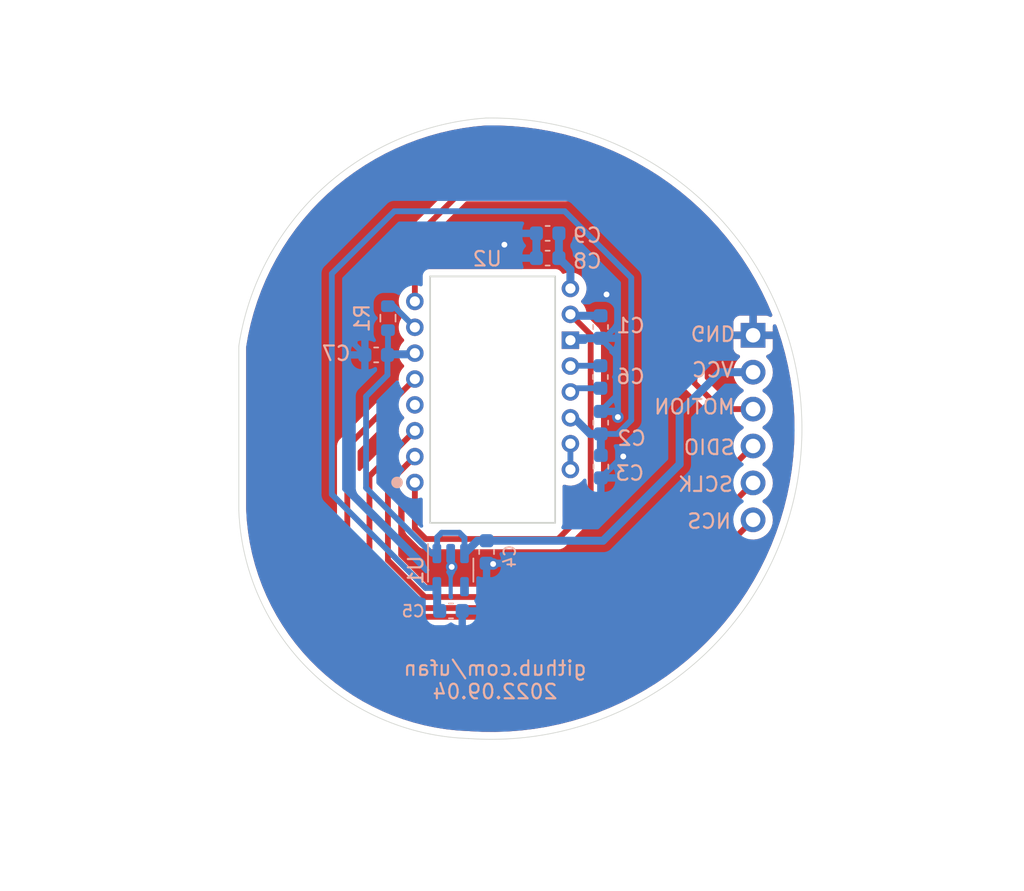
<source format=kicad_pcb>
(kicad_pcb (version 20211014) (generator pcbnew)
  (layers (0 "F.Cu" signal) (31 "B.Cu" signal) (34 "B.Paste" user) (35 "F.Paste" user) (36 "B.SilkS" user "B.Silkscreen") (37 "F.SilkS" user "F.Silkscreen") (38 "B.Mask" user) (39 "F.Mask" user) (44 "Edge.Cuts" user))
  (net 0 "")
  (net 1 "GND")
  (net 2 "Net-(C1-Pad1)")
  (net 3 "+1V9")
  (net 4 "VCC")
  (net 5 "Net-(C6-Pad1)")
  (net 6 "Net-(C6-Pad2)")
  (net 7 "Net-(C8-Pad1)")
  (net 8 "MOTION_2")
  (net 9 "NCS_2")
  (net 10 "SCLK_2")
  (net 11 "SDIO_2")
  (net 12 "Net-(R1-Pad1)")
  (net 15 "Net-(U2-Pad15)")
  (footprint "Connector_PinHeader_2.54mm:PinHeader_1x06_P2.54mm_Vertical" (layer "F.Cu") (at 99.475 104.15)
    (fp_text reference "J1" hide)
    (fp_text value "Conn_01x06")
    (pad "1" thru_hole rect (at 0 0) (size 1.7 1.7) (drill 1) (layers *.Cu *.Mask) (net 1 "GND"))
    (pad "2" thru_hole oval (at 0 2.54) (size 1.7 1.7) (drill 1) (layers *.Cu *.Mask) (net 4 "VCC"))
    (pad "3" thru_hole oval (at 0 5.08) (size 1.7 1.7) (drill 1) (layers *.Cu *.Mask) (net 8 "MOTION_2"))
    (pad "4" thru_hole oval (at 0 7.62) (size 1.7 1.7) (drill 1) (layers *.Cu *.Mask) (net 11 "SDIO_2"))
    (pad "5" thru_hole oval (at 0 10.16) (size 1.7 1.7) (drill 1) (layers *.Cu *.Mask) (net 10 "SCLK_2"))
    (pad "6" thru_hole circle (at 0 12.7) (size 1.7 1.7) (drill 1) (layers *.Cu *.Mask) (net 9 "NCS_2"))
  )
  (footprint "Package_TO_SOT_SMD:SOT-23-5" (layer "B.Cu") (at 78.674 120.31 -90)
    (fp_text reference "U1" (at 0 2.4 90) (layer "B.SilkS") (effects (justify mirror)))
    (fp_text value "TCR2EF19")
    (fp_line (start 0 1.56) (end -1.8 1.56) (layer "B.SilkS") (width 0.12))
    (fp_line (start 0 -1.56) (end 0.8 -1.56) (layer "B.SilkS") (width 0.12))
    (fp_line (start 0 1.56) (end 0.8 1.56) (layer "B.SilkS") (width 0.12))
    (fp_line (start 0 -1.56) (end -0.8 -1.56) (layer "B.SilkS") (width 0.12))
    (pad "1" smd roundrect (at -1.1375 0.95 270) (size 1.325 0.6) (layers "B.Cu" "B.Paste" "B.Mask") (net 4 "VCC"))
    (pad "2" smd roundrect (at -1.1375 0 270) (size 1.325 0.6) (layers "B.Cu" "B.Paste" "B.Mask") (net 1 "GND"))
    (pad "3" smd roundrect (at -1.1375 -0.95 270) (size 1.325 0.6) (layers "B.Cu" "B.Paste" "B.Mask") (net 4 "VCC"))
    (pad "4" smd roundrect (at 1.1375 -0.95 270) (size 1.325 0.6) (layers "B.Cu" "B.Paste" "B.Mask"))
    (pad "5" smd roundrect (at 1.1375 0.95 270) (size 1.325 0.6) (layers "B.Cu" "B.Paste" "B.Mask") (net 3 "+1V9"))
  )
  (footprint "Capacitor_SMD:C_0603_1608Metric" (layer "B.Cu") (at 89.004 113.19 -90)
    (fp_text reference "C3" (at 0.45 -1.99) (layer "B.SilkS") (effects (justify mirror)))
    (fp_text value "3.3u/16V")
    (fp_line (start -0.14058 0.51) (end 0.14058 0.51) (layer "B.SilkS") (width 0.12))
    (fp_line (start -0.14058 -0.51) (end 0.14058 -0.51) (layer "B.SilkS") (width 0.12))
    (pad "1" smd roundrect (at -0.775 0 270) (size 0.9 0.95) (layers "B.Cu" "B.Paste" "B.Mask") (net 3 "+1V9"))
    (pad "2" smd roundrect (at 0.775 0 270) (size 0.9 0.95) (layers "B.Cu" "B.Paste" "B.Mask") (net 1 "GND"))
  )
  (footprint "Capacitor_SMD:C_0603_1608Metric" (layer "B.Cu") (at 88.994 110.165 90)
    (fp_text reference "C2" (at -1.075 2.128 180) (layer "B.SilkS") (effects (justify mirror)))
    (fp_text value "100n")
    (fp_line (start -0.14058 0.51) (end 0.14058 0.51) (layer "B.SilkS") (width 0.12))
    (fp_line (start -0.14058 -0.51) (end 0.14058 -0.51) (layer "B.SilkS") (width 0.12))
    (pad "1" smd roundrect (at -0.775 0 90) (size 0.9 0.95) (layers "B.Cu" "B.Paste" "B.Mask") (net 3 "+1V9"))
    (pad "2" smd roundrect (at 0.775 0 90) (size 0.9 0.95) (layers "B.Cu" "B.Paste" "B.Mask") (net 1 "GND"))
  )
  (footprint "Capacitor_SMD:C_0603_1608Metric" (layer "B.Cu") (at 73.55 105.5 180)
    (fp_text reference "C7" (at 2.748 0.102) (layer "B.SilkS") (effects (justify mirror)))
    (fp_text value "100n")
    (fp_line (start -0.14058 -0.51) (end 0.14058 -0.51) (layer "B.SilkS") (width 0.12))
    (fp_line (start -0.14058 0.51) (end 0.14058 0.51) (layer "B.SilkS") (width 0.12))
    (pad "1" smd roundrect (at -0.775 0 180) (size 0.9 0.95) (layers "B.Cu" "B.Paste" "B.Mask") (net 4 "VCC"))
    (pad "2" smd roundrect (at 0.775 0 180) (size 0.9 0.95) (layers "B.Cu" "B.Paste" "B.Mask") (net 1 "GND"))
  )
  (footprint "mylib:PMW3610" (layer "B.Cu") (at 76.21 114.28)
    (fp_text reference "U2" (at 4.984 -15.39) (layer "B.SilkS") (effects (justify mirror)))
    (fp_text value "PMW3610")
    (fp_circle (center -1.225 0) (end -1.025 0) (layer "B.SilkS") (width 0.4) (fill none))
    (fp_line (start 1.05 2.78) (end 9.65 2.78) (layer "Edge.Cuts") (width 0.12))
    (fp_line (start 9.65 2.78) (end 9.65 -14.18) (layer "Edge.Cuts") (width 0.12))
    (fp_line (start 1.05 -14.18) (end 9.65 -14.18) (layer "Edge.Cuts") (width 0.12))
    (fp_line (start 1.05 2.78) (end 1.05 -14.18) (layer "Edge.Cuts") (width 0.12))
    (pad "1" thru_hole circle (at 0 0) (size 1.2 1.2) (drill 0.7) (layers *.Cu *.Mask) (net 2 "Net-(C1-Pad1)"))
    (pad "2" thru_hole circle (at 0 -1.78) (size 1.2 1.2) (drill 0.7) (layers *.Cu *.Mask) (net 11 "SDIO_2"))
    (pad "3" thru_hole circle (at 0 -3.56) (size 1.2 1.2) (drill 0.7) (layers *.Cu *.Mask) (net 10 "SCLK_2"))
    (pad "4" thru_hole circle (at 0 -5.34) (size 1.2 1.2) (drill 0.7) (layers *.Cu *.Mask))
    (pad "5" thru_hole circle (at 0 -7.12) (size 1.2 1.2) (drill 0.7) (layers *.Cu *.Mask) (net 9 "NCS_2"))
    (pad "6" thru_hole circle (at 0 -8.9) (size 1.2 1.2) (drill 0.7) (layers *.Cu *.Mask) (net 4 "VCC"))
    (pad "7" thru_hole circle (at 0 -10.68) (size 1.2 1.2) (drill 0.7) (layers *.Cu *.Mask) (net 12 "Net-(R1-Pad1)"))
    (pad "8" thru_hole circle (at 0 -12.46) (size 1.2 1.2) (drill 0.7) (layers *.Cu *.Mask) (net 8 "MOTION_2"))
    (pad "9" thru_hole circle (at 10.7 -13.35) (size 1.2 1.2) (drill 0.7) (layers *.Cu *.Mask) (net 7 "Net-(C8-Pad1)"))
    (pad "10" thru_hole circle (at 10.7 -11.57) (size 1.2 1.2) (drill 0.7) (layers *.Cu *.Mask) (net 2 "Net-(C1-Pad1)"))
    (pad "11" thru_hole rect (at 10.7 -9.79) (size 1.2 1.2) (drill 0.7) (layers *.Cu *.Mask) (net 1 "GND"))
    (pad "12" thru_hole circle (at 10.7 -8.01) (size 1.2 1.2) (drill 0.7) (layers *.Cu *.Mask) (net 6 "Net-(C6-Pad2)"))
    (pad "13" thru_hole circle (at 10.7 -6.23) (size 1.2 1.2) (drill 0.7) (layers *.Cu *.Mask) (net 5 "Net-(C6-Pad1)"))
    (pad "14" thru_hole circle (at 10.7 -4.45) (size 1.2 1.2) (drill 0.7) (layers *.Cu *.Mask) (net 3 "+1V9"))
    (pad "15" thru_hole circle (at 10.7 -2.67) (size 1.2 1.2) (drill 0.7) (layers *.Cu *.Mask) (net 15 "Net-(U2-Pad15)"))
    (pad "16" thru_hole circle (at 10.7 -0.89) (size 1.2 1.2) (drill 0.7) (layers *.Cu *.Mask) (net 15 "Net-(U2-Pad15)"))
  )
  (footprint "Capacitor_SMD:C_0603_1608Metric" (layer "B.Cu") (at 88.984 103.58 -90)
    (fp_text reference "C1" (at -0.09 -2.06) (layer "B.SilkS") (effects (justify mirror)))
    (fp_text value "10n")
    (fp_line (start -0.14058 -0.51) (end 0.14058 -0.51) (layer "B.SilkS") (width 0.12))
    (fp_line (start -0.14058 0.51) (end 0.14058 0.51) (layer "B.SilkS") (width 0.12))
    (pad "1" smd roundrect (at -0.775 0 270) (size 0.9 0.95) (layers "B.Cu" "B.Paste" "B.Mask") (net 2 "Net-(C1-Pad1)"))
    (pad "2" smd roundrect (at 0.775 0 270) (size 0.9 0.95) (layers "B.Cu" "B.Paste" "B.Mask") (net 1 "GND"))
  )
  (footprint "Capacitor_SMD:C_0603_1608Metric" (layer "B.Cu") (at 85.344 98.84 180)
    (fp_text reference "C8" (at -2.73 -0.208) (layer "B.SilkS") (effects (justify mirror)))
    (fp_text value " 10u (X7R)")
    (fp_line (start -0.14058 -0.51) (end 0.14058 -0.51) (layer "B.SilkS") (width 0.12))
    (fp_line (start -0.14058 0.51) (end 0.14058 0.51) (layer "B.SilkS") (width 0.12))
    (pad "1" smd roundrect (at -0.775 0 180) (size 0.9 0.95) (layers "B.Cu" "B.Paste" "B.Mask") (net 7 "Net-(C8-Pad1)"))
    (pad "2" smd roundrect (at 0.775 0 180) (size 0.9 0.95) (layers "B.Cu" "B.Paste" "B.Mask") (net 1 "GND"))
  )
  (footprint "Capacitor_SMD:C_0603_1608Metric" (layer "B.Cu") (at 81.144 119.065 90)
    (fp_text reference "C4" (at -0.303 1.596 90) (layer "B.SilkS") (effects (font (size 0.8 0.8) (thickness 0.13)) (justify mirror)))
    (fp_text value "0.1u" hide)
    (fp_line (start -0.14058 0.51) (end 0.14058 0.51) (layer "B.SilkS") (width 0.12))
    (fp_line (start -0.14058 -0.51) (end 0.14058 -0.51) (layer "B.SilkS") (width 0.12))
    (pad "1" smd roundrect (at -0.775 0 90) (size 0.9 0.95) (layers "B.Cu" "B.Paste" "B.Mask") (net 1 "GND"))
    (pad "2" smd roundrect (at 0.775 0 90) (size 0.9 0.95) (layers "B.Cu" "B.Paste" "B.Mask") (net 4 "VCC"))
  )
  (footprint "Capacitor_SMD:C_0603_1608Metric" (layer "B.Cu") (at 88.974 107.02 90)
    (fp_text reference "C6" (at 0.03 2.07) (layer "B.SilkS") (effects (justify mirror)))
    (fp_text value " 100n (X7R)")
    (fp_line (start -0.14058 0.51) (end 0.14058 0.51) (layer "B.SilkS") (width 0.12))
    (fp_line (start -0.14058 -0.51) (end 0.14058 -0.51) (layer "B.SilkS") (width 0.12))
    (pad "1" smd roundrect (at -0.775 0 90) (size 0.9 0.95) (layers "B.Cu" "B.Paste" "B.Mask") (net 5 "Net-(C6-Pad1)"))
    (pad "2" smd roundrect (at 0.775 0 90) (size 0.9 0.95) (layers "B.Cu" "B.Paste" "B.Mask") (net 6 "Net-(C6-Pad2)"))
  )
  (footprint "Capacitor_SMD:C_0603_1608Metric" (layer "B.Cu") (at 85.344 97.136 180)
    (fp_text reference "C9" (at -2.73 -0.134) (layer "B.SilkS") (effects (justify mirror)))
    (fp_text value " 10n (X7R)")
    (fp_line (start -0.14058 0.51) (end 0.14058 0.51) (layer "B.SilkS") (width 0.12))
    (fp_line (start -0.14058 -0.51) (end 0.14058 -0.51) (layer "B.SilkS") (width 0.12))
    (pad "1" smd roundrect (at -0.775 0 180) (size 0.9 0.95) (layers "B.Cu" "B.Paste" "B.Mask") (net 7 "Net-(C8-Pad1)"))
    (pad "2" smd roundrect (at 0.775 0 180) (size 0.9 0.95) (layers "B.Cu" "B.Paste" "B.Mask") (net 1 "GND"))
  )
  (footprint "Resistor_SMD:R_0603_1608Metric" (layer "B.Cu") (at 74.36 102.97 -90)
    (fp_text reference "R1" (at 0 1.78 90) (layer "B.SilkS") (effects (justify mirror)))
    (fp_text value "2M" hide)
    (fp_line (start -0.237258 0.5225) (end 0.237258 0.5225) (layer "B.SilkS") (width 0.12))
    (fp_line (start -0.237258 -0.5225) (end 0.237258 -0.5225) (layer "B.SilkS") (width 0.12))
    (pad "1" smd roundrect (at -0.825 0 270) (size 0.8 0.95) (layers "B.Cu" "B.Paste" "B.Mask") (net 12 "Net-(R1-Pad1)"))
    (pad "2" smd roundrect (at 0.825 0 270) (size 0.8 0.95) (layers "B.Cu" "B.Paste" "B.Mask") (net 4 "VCC"))
  )
  (footprint "Capacitor_SMD:C_0603_1608Metric" (layer "B.Cu") (at 78.694 123.12)
    (fp_text reference "C5" (at -2.6 0.02) (layer "B.SilkS") (effects (font (size 0.8 0.8) (thickness 0.13)) (justify mirror)))
    (fp_text value "1u" hide)
    (fp_line (start -0.14058 0.51) (end 0.14058 0.51) (layer "B.SilkS") (width 0.12))
    (fp_line (start -0.14058 -0.51) (end 0.14058 -0.51) (layer "B.SilkS") (width 0.12))
    (pad "1" smd roundrect (at -0.775 0) (size 0.9 0.95) (layers "B.Cu" "B.Paste" "B.Mask") (net 3 "+1V9"))
    (pad "2" smd roundrect (at 0.775 0) (size 0.9 0.95) (layers "B.Cu" "B.Paste" "B.Mask") (net 1 "GND"))
  )
  (gr_arc (start 79.9 131.9) (mid 68.917172 127.152463) (end 64.099999 116.2) (layer "Edge.Cuts") (width 0.05))
  (gr_line (start 64.1 116.2) (end 64.1 104.9) (layer "Edge.Cuts") (width 0.05))
  (gr_arc (start 64.1 104.9) (mid 69.841085 94.062641) (end 81.1 89.200001) (layer "Edge.Cuts") (width 0.05))
  (gr_arc (start 81.1 89.2) (mid 102.82616 111.177433) (end 79.9 131.899999) (layer "Edge.Cuts") (width 0.05))
  (gr_text "VCC" (at 96.71 106.534) (layer "B.SilkS") (effects (font (size 1 1)) (justify mirror)))
  (gr_text "MOTION" (at 95.44 109.074) (layer "B.SilkS") (effects (font (size 1 1)) (justify mirror)))
  (gr_text "GND" (at 96.71 103.994 180) (layer "B.SilkS") (effects (font (size 1 1)) (justify mirror)))
  (gr_text "SCLK" (at 96.202 114.408) (layer "B.SilkS") (effects (font (size 1 1)) (justify mirror)))
  (gr_text "github.com/ufan\n2022.09.04" (at 81.724 127.87) (layer "B.SilkS") (effects (font (size 1 1)) (justify mirror)))
  (gr_text "SDIO" (at 96.456 111.868) (layer "B.SilkS") (effects (font (size 1 1)) (justify mirror)))
  (gr_text "NCS" (at 96.456 116.948) (layer "B.SilkS") (effects (font (size 1 1)) (justify mirror)))
  (segment (start 90.544 110.15) (end 90.174 109.78) (width 0.4) (layer "F.Cu") (net 1))
  (segment (start 86.044 97.99) (end 86.044 96.765) (width 0.4) (layer "F.Cu") (net 1))
  (segment (start 86.044 96.765) (end 85.219 95.94) (width 0.4) (layer "F.Cu") (net 1))
  (segment (start 85.219 95.94) (end 82.994 95.94) (width 0.4) (layer "F.Cu") (net 1))
  (segment (start 78.744 120.09) (end 81.394 120.09) (width 0.4) (layer "F.Cu") (net 1))
  (segment (start 82.369 96.565) (end 82.369 97.915) (width 0.4) (layer "F.Cu") (net 1))
  (segment (start 86.282 119.89) (end 90.544 115.628) (width 0.4) (layer "F.Cu") (net 1))
  (segment (start 82.994 95.94) (end 82.369 96.565) (width 0.4) (layer "F.Cu") (net 1))
  (segment (start 90.544 112.49) (end 90.544 110.15) (width 0.4) (layer "F.Cu") (net 1))
  (segment (start 89.394 101.34) (end 86.044 97.99) (width 0.4) (layer "F.Cu") (net 1))
  (segment (start 81.394 120.09) (end 81.594 119.89) (width 0.4) (layer "F.Cu") (net 1))
  (segment (start 81.594 119.89) (end 86.282 119.89) (width 0.4) (layer "F.Cu") (net 1))
  (segment (start 90.544 115.628) (end 90.544 112.49) (width 0.4) (layer "F.Cu") (net 1))
  (via (at 82.369 97.915) (size 0.8) (drill 0.4) (layers "F.Cu" "B.Cu") (net 1))
  (via (at 90.544 112.49) (size 0.8) (drill 0.4) (layers "F.Cu" "B.Cu") (net 1))
  (via (at 89.394 101.34) (size 0.8) (drill 0.4) (layers "F.Cu" "B.Cu") (net 1))
  (via (at 81.594 119.89) (size 0.8) (drill 0.4) (layers "F.Cu" "B.Cu") (net 1))
  (via (at 78.744 120.09) (size 0.8) (drill 0.4) (layers "F.Cu" "B.Cu") (net 1))
  (via (at 90.174 109.78) (size 0.8) (drill 0.4) (layers "F.Cu" "B.Cu") (net 1))
  (segment (start 82.369 97.915) (end 83.294 98.84) (width 0.4) (layer "B.Cu") (net 1))
  (segment (start 78.674 120.02) (end 78.674 118.7525) (width 0.4) (layer "B.Cu") (net 1))
  (segment (start 88.994 109.39) (end 89.784 109.39) (width 0.4) (layer "B.Cu") (net 1))
  (segment (start 89.254 104.355) (end 90.119 103.49) (width 0.4) (layer "B.Cu") (net 1))
  (segment (start 74.565 97.915) (end 72.07 100.41) (width 0.4) (layer "B.Cu") (net 1))
  (segment (start 83.294 98.84) (end 84.569 98.84) (width 0.4) (layer "B.Cu") (net 1))
  (segment (start 81.544 119.84) (end 81.594 119.89) (width 0.4) (layer "B.Cu") (net 1))
  (segment (start 90.119 102.065) (end 89.394 101.34) (width 0.4) (layer "B.Cu") (net 1))
  (segment (start 90.034 108.35) (end 90.034 105.405) (width 0.4) (layer "B.Cu") (net 1))
  (segment (start 82.369 97.915) (end 74.565 97.915) (width 0.4) (layer "B.Cu") (net 1))
  (segment (start 90.034 105.405) (end 88.984 104.355) (width 0.4) (layer "B.Cu") (net 1))
  (segment (start 90.544 112.49) (end 90.479 112.49) (width 0.4) (layer "B.Cu") (net 1))
  (segment (start 72.07 100.41) (end 72.07 104.795) (width 0.4) (layer "B.Cu") (net 1))
  (segment (start 72.07 104.795) (end 72.775 105.5) (width 0.4) (layer "B.Cu") (net 1))
  (segment (start 90.479 112.49) (end 89.004 113.965) (width 0.4) (layer "B.Cu") (net 1))
  (segment (start 81.144 119.84) (end 81.544 119.84) (width 0.4) (layer "B.Cu") (net 1))
  (segment (start 87.045 104.355) (end 88.984 104.355) (width 0.55) (layer "B.Cu") (net 1))
  (segment (start 89.784 109.39) (end 90.174 109.78) (width 0.4) (layer "B.Cu") (net 1))
  (segment (start 84.569 97.39) (end 84.569 98.84) (width 0.55) (layer "B.Cu") (net 1))
  (segment (start 90.119 103.49) (end 90.119 102.065) (width 0.4) (layer "B.Cu") (net 1))
  (segment (start 88.994 109.39) (end 90.034 108.35) (width 0.4) (layer "B.Cu") (net 1))
  (segment (start 78.744 120.09) (end 78.674 120.02) (width 0.4) (layer "B.Cu") (net 1))
  (segment (start 86.064 118.17) (end 88.304 115.93) (width 0.4) (layer "F.Cu") (net 2))
  (segment (start 76.21 117.41) (end 76.97 118.17) (width 0.4) (layer "F.Cu") (net 2))
  (segment (start 76.97 118.17) (end 86.064 118.17) (width 0.4) (layer "F.Cu") (net 2))
  (segment (start 76.21 114.28) (end 76.21 117.41) (width 0.4) (layer "F.Cu") (net 2))
  (segment (start 88.304 115.93) (end 88.304 104.104) (width 0.4) (layer "F.Cu") (net 2))
  (segment (start 88.304 104.104) (end 86.91 102.71) (width 0.4) (layer "F.Cu") (net 2))
  (segment (start 87.005 102.805) (end 88.984 102.805) (width 0.55) (layer "B.Cu") (net 2))
  (segment (start 90.14468 110.94) (end 88.994 110.94) (width 0.4) (layer "B.Cu") (net 3))
  (segment (start 91.094 109.99068) (end 90.14468 110.94) (width 0.4) (layer "B.Cu") (net 3))
  (segment (start 74.798 95.612) (end 86.516 95.612) (width 0.4) (layer "B.Cu") (net 3))
  (segment (start 87.154 109.83) (end 88.264 110.94) (width 0.55) (layer "B.Cu") (net 3))
  (segment (start 88.264 110.94) (end 88.994 110.94) (width 0.55) (layer "B.Cu") (net 3))
  (segment (start 77.744 121.54) (end 77.744 122.945) (width 0.55) (layer "B.Cu") (net 3))
  (segment (start 77.744 121.54) (end 76.944 121.54) (width 0.4) (layer "B.Cu") (net 3))
  (segment (start 76.944 121.54) (end 70.5 115.096) (width 0.4) (layer "B.Cu") (net 3))
  (segment (start 86.516 95.612) (end 91.094 100.19) (width 0.4) (layer "B.Cu") (net 3))
  (segment (start 89.004 112.415) (end 89.004 110.95) (width 0.55) (layer "B.Cu") (net 3))
  (segment (start 70.5 115.096) (end 70.5 99.91) (width 0.4) (layer "B.Cu") (net 3))
  (segment (start 70.5 99.91) (end 74.798 95.612) (width 0.4) (layer "B.Cu") (net 3))
  (segment (start 91.094 100.19) (end 91.094 109.99068) (width 0.4) (layer "B.Cu") (net 3))
  (segment (start 81.144 118.29) (end 89.152 118.29) (width 0.55) (layer "B.Cu") (net 4))
  (segment (start 78.054 117.74) (end 79.274 117.74) (width 0.4) (layer "B.Cu") (net 4))
  (segment (start 72.854 108.356) (end 74.324 106.886) (width 0.4) (layer "B.Cu") (net 4))
  (segment (start 79.624 118.09) (end 79.624 118.7525) (width 0.4) (layer "B.Cu") (net 4))
  (segment (start 94.424 109.462) (end 97.196 106.69) (width 0.55) (layer "B.Cu") (net 4))
  (segment (start 77.744 118.7325) (end 77.744 118.05) (width 0.4) (layer "B.Cu") (net 4))
  (segment (start 89.152 118.29) (end 94.424 113.018) (width 0.55) (layer "B.Cu") (net 4))
  (segment (start 79.624 119.1725) (end 80.5065 118.29) (width 0.55) (layer "B.Cu") (net 4))
  (segment (start 97.196 106.69) (end 99.475 106.69) (width 0.55) (layer "B.Cu") (net 4))
  (segment (start 77.379 119.1725) (end 72.854 114.6475) (width 0.4) (layer "B.Cu") (net 4))
  (segment (start 77.744 118.05) (end 78.054 117.74) (width 0.4) (layer "B.Cu") (net 4))
  (segment (start 94.424 113.018) (end 94.424 109.462) (width 0.55) (layer "B.Cu") (net 4))
  (segment (start 74.36 103.795) (end 74.36 105.424) (width 0.4) (layer "B.Cu") (net 4))
  (segment (start 74.324 105.46) (end 76.13 105.46) (width 0.55) (layer "B.Cu") (net 4))
  (segment (start 80.5065 118.29) (end 81.144 118.29) (width 0.55) (layer "B.Cu") (net 4))
  (segment (start 79.274 117.74) (end 79.624 118.09) (width 0.4) (layer "B.Cu") (net 4))
  (segment (start 72.854 114.6475) (end 72.854 108.356) (width 0.4) (layer "B.Cu") (net 4))
  (segment (start 74.324 106.886) (end 74.324 105.46) (width 0.4) (layer "B.Cu") (net 4))
  (segment (start 77.724 119.1725) (end 77.379 119.1725) (width 0.4) (layer "B.Cu") (net 4))
  (segment (start 87.165 107.795) (end 88.974 107.795) (width 0.4) (layer "B.Cu") (net 5))
  (segment (start 86.935 106.245) (end 88.974 106.245) (width 0.4) (layer "B.Cu") (net 6))
  (segment (start 86.119 98.84) (end 86.91 99.631) (width 0.55) (layer "B.Cu") (net 7))
  (segment (start 86.119 97.39) (end 86.119 98.84) (width 0.55) (layer "B.Cu") (net 7))
  (segment (start 86.91 99.631) (end 86.91 100.93) (width 0.55) (layer "B.Cu") (net 7))
  (segment (start 79.438 94.222) (end 87.312 94.222) (width 0.4) (layer "F.Cu") (net 8))
  (segment (start 76.21 101.82) (end 76.21 97.45) (width 0.4) (layer "F.Cu") (net 8))
  (segment (start 76.21 97.45) (end 79.438 94.222) (width 0.4) (layer "F.Cu") (net 8))
  (segment (start 95.44 102.35) (end 95.44 107.43) (width 0.4) (layer "F.Cu") (net 8))
  (segment (start 95.44 107.43) (end 97.24 109.23) (width 0.4) (layer "F.Cu") (net 8))
  (segment (start 97.24 109.23) (end 99.475 109.23) (width 0.4) (layer "F.Cu") (net 8))
  (segment (start 87.312 94.222) (end 95.44 102.35) (width 0.4) (layer "F.Cu") (net 8))
  (segment (start 76.395674 123.52351) (end 71.564 118.691836) (width 0.4) (layer "F.Cu") (net 9))
  (segment (start 71.564 118.691836) (end 71.564 111.806) (width 0.4) (layer "F.Cu") (net 9))
  (segment (start 92.80149 123.52351) (end 76.395674 123.52351) (width 0.4) (layer "F.Cu") (net 9))
  (segment (start 99.475 116.85) (end 92.80149 123.52351) (width 0.4) (layer "F.Cu") (net 9))
  (segment (start 71.564 111.806) (end 76.21 107.16) (width 0.4) (layer "F.Cu") (net 9))
  (segment (start 76.644 122.924) (end 90.861 122.924) (width 0.4) (layer "F.Cu") (net 10))
  (segment (start 73.088 119.368) (end 76.644 122.924) (width 0.4) (layer "F.Cu") (net 10))
  (segment (start 73.088 113.842) (end 73.088 119.368) (width 0.4) (layer "F.Cu") (net 10))
  (segment (start 76.21 110.72) (end 73.088 113.842) (width 0.4) (layer "F.Cu") (net 10))
  (segment (start 90.861 122.924) (end 99.475 114.31) (width 0.4) (layer "F.Cu") (net 10))
  (segment (start 76.21 112.5) (end 74.358 114.352) (width 0.4) (layer "F.Cu") (net 11))
  (segment (start 76.898 122.162) (end 89.083 122.162) (width 0.4) (layer "F.Cu") (net 11))
  (segment (start 74.358 114.352) (end 74.358 119.622) (width 0.4) (layer "F.Cu") (net 11))
  (segment (start 74.358 119.622) (end 76.898 122.162) (width 0.4) (layer "F.Cu") (net 11))
  (segment (start 89.083 122.162) (end 99.475 111.77) (width 0.4) (layer "F.Cu") (net 11))
  (segment (start 74.755 102.145) (end 76.21 103.6) (width 0.4) (layer "B.Cu") (net 12))
  (segment (start 74.36 102.145) (end 74.755 102.145) (width 0.4) (layer "B.Cu") (net 12))
  (segment (start 86.91 113.39) (end 86.91 111.61) (width 0.4) (layer "B.Cu") (net 15))
  (zone (net 1) (net_name "GND") (layers F&B.Cu) (connect_pads (clearance 0.508)) (min_thickness 0.254) (fill yes (thermal_gap 0.508) (thermal_bridge_width 0.508) (island_removal_mode 2) (island_area_min 1))
    (polygon (pts (xy 118.125 139.95) (xy 52.5 142.4) (xy 47.675 83.075) (xy 113.15 81.075)))
  )
)
</source>
